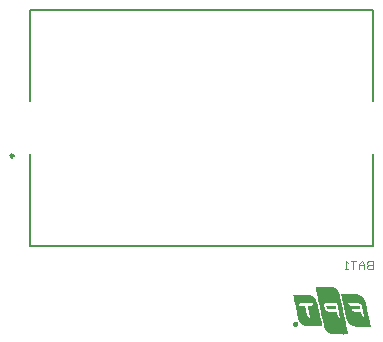
<source format=gbo>
G04*
G04 #@! TF.GenerationSoftware,Altium Limited,Altium Designer,18.1.9 (240)*
G04*
G04 Layer_Color=32896*
%FSTAX24Y24*%
%MOIN*%
G70*
G01*
G75*
%ADD11C,0.0098*%
%ADD14C,0.0039*%
%ADD16C,0.0010*%
%ADD17C,0.0079*%
D11*
X015039Y022057D02*
G03*
X015039Y022057I-000049J0D01*
G01*
D14*
X027008Y018543D02*
Y018268D01*
X02687D01*
X026824Y018314D01*
Y01836D01*
X02687Y018405D01*
X027008D01*
X02687D01*
X026824Y018451D01*
Y018497D01*
X02687Y018543D01*
X027008D01*
X026732Y018268D02*
Y018451D01*
X026641Y018543D01*
X026549Y018451D01*
Y018268D01*
Y018405D01*
X026732D01*
X026457Y018543D02*
X026273D01*
X026365D01*
Y018268D01*
X026181D02*
X02609D01*
X026135D01*
Y018543D01*
X026181Y018497D01*
D16*
X025113Y017696D02*
X025613D01*
X025113Y017686D02*
X025643D01*
X025113Y017676D02*
X025673D01*
X025113Y017666D02*
X025693D01*
X025113Y017656D02*
X025713D01*
X025113Y017646D02*
X025733D01*
X025123Y017636D02*
X025743D01*
X025123Y017626D02*
X025763D01*
X025123Y017616D02*
X025773D01*
X025123Y017606D02*
X025783D01*
X025133Y017596D02*
X025793D01*
X025133Y017586D02*
X025803D01*
X025133Y017576D02*
X025813D01*
X025133Y017566D02*
X025823D01*
X025143Y017556D02*
X025823D01*
X025143Y017546D02*
X025833D01*
X025143Y017536D02*
X025833D01*
X025143Y017526D02*
X025843D01*
X025143Y017516D02*
X025853D01*
X025153Y017506D02*
X025853D01*
X025153Y017496D02*
X025853D01*
X025153Y017486D02*
X025863D01*
X025153Y017476D02*
X025863D01*
X025153Y017466D02*
X025863D01*
X025163Y017456D02*
X025873D01*
X025163Y017446D02*
X025873D01*
X025963Y017436D02*
X026473D01*
X025163D02*
X025873D01*
X025963Y017426D02*
X026503D01*
X025163D02*
X025883D01*
X024363D02*
X024843D01*
X025963Y017416D02*
X026543D01*
X025173D02*
X025883D01*
X024373D02*
X024893D01*
X025963Y017406D02*
X026563D01*
X025173D02*
X025883D01*
X024373D02*
X024933D01*
X025973Y017396D02*
X026583D01*
X025173D02*
X025883D01*
X024373D02*
X024943D01*
X025973Y017386D02*
X026593D01*
X025173D02*
X025883D01*
X024373D02*
X024963D01*
X025973Y017376D02*
X026613D01*
X025173D02*
X025893D01*
X024373D02*
X024983D01*
X025973Y017366D02*
X026623D01*
X025183D02*
X025893D01*
X024373D02*
X024993D01*
X025983Y017356D02*
X026633D01*
X025183D02*
X025893D01*
X024373D02*
X025003D01*
X025983Y017346D02*
X026643D01*
X025183D02*
X025893D01*
X024373D02*
X025023D01*
X025983Y017336D02*
X026653D01*
X025183D02*
X025903D01*
X024383D02*
X025023D01*
X025983Y017326D02*
X026663D01*
X025193D02*
X025903D01*
X024393D02*
X025043D01*
X025993Y017316D02*
X026673D01*
X025193D02*
X025903D01*
X024383D02*
X025043D01*
X025993Y017306D02*
X026683D01*
X025193D02*
X025903D01*
X024393D02*
X025063D01*
X025993Y017296D02*
X026693D01*
X025193D02*
X025903D01*
X024393D02*
X025063D01*
X025993Y017286D02*
X026693D01*
X025193D02*
X025913D01*
X024403D02*
X025073D01*
X025993Y017276D02*
X026703D01*
X025203D02*
X025913D01*
X024403D02*
X025083D01*
X026003Y017266D02*
X026713D01*
X025203D02*
X025913D01*
X024403D02*
X025083D01*
X026003Y017256D02*
X026713D01*
X025203D02*
X025913D01*
X024403D02*
X025083D01*
X026003Y017246D02*
X026723D01*
X025203D02*
X025913D01*
X024403D02*
X025083D01*
X026003Y017236D02*
X026723D01*
X025203D02*
X025923D01*
X024403D02*
X025103D01*
X026013Y017226D02*
X026733D01*
X025203D02*
X025923D01*
X024403D02*
X025103D01*
X026013Y017216D02*
X026733D01*
X025213D02*
X025923D01*
X024413D02*
X025103D01*
X026013Y017206D02*
X026733D01*
X025213D02*
X025923D01*
X024413D02*
X025103D01*
X026013Y017196D02*
X026733D01*
X025213D02*
X025933D01*
X024413D02*
X025103D01*
X026013Y017186D02*
X026743D01*
X025223D02*
X025933D01*
X024413D02*
X025113D01*
X026023Y017176D02*
X026743D01*
X025223D02*
X025933D01*
X025013D02*
X025113D01*
X024413D02*
X024573D01*
X026563Y017166D02*
X026743D01*
X026023D02*
X026133D01*
X025823D02*
X025933D01*
X025223D02*
X025403D01*
X025013D02*
X025123D01*
X024413D02*
X024563D01*
X026583Y017156D02*
X026743D01*
X026023D02*
X026133D01*
X025823D02*
X025943D01*
X025223D02*
X025393D01*
X025013D02*
X025123D01*
X024413D02*
X024553D01*
X026603Y017146D02*
X026753D01*
X026023D02*
X026143D01*
X025833D02*
X025943D01*
X025223D02*
X025373D01*
X025013D02*
X025123D01*
X024423D02*
X024543D01*
X026613Y017136D02*
X026753D01*
X026033D02*
X026143D01*
X025833D02*
X025943D01*
X025233D02*
X025373D01*
X025013D02*
X025123D01*
X024423D02*
X024533D01*
X026623Y017126D02*
X026753D01*
X026033D02*
X026153D01*
X025833D02*
X025943D01*
X025233D02*
X025363D01*
X025013D02*
X025133D01*
X024433D02*
X024513D01*
X026633Y017116D02*
X026753D01*
X026033D02*
X026163D01*
X025833D02*
X025943D01*
X025233D02*
X025363D01*
X025013D02*
X025133D01*
X024433D02*
X024513D01*
X026633Y017106D02*
X026753D01*
X026033D02*
X026173D01*
X025833D02*
X025953D01*
X025233D02*
X025353D01*
X025013D02*
X025143D01*
X024433D02*
X024523D01*
X026643Y017096D02*
X026763D01*
X026043D02*
X026183D01*
X025843D02*
X025953D01*
X025243D02*
X025353D01*
X025003D02*
X025143D01*
X024443D02*
X024513D01*
X026643Y017086D02*
X026763D01*
X026043D02*
X026193D01*
X025843D02*
X025953D01*
X025243D02*
X025353D01*
X024993D02*
X025143D01*
X024443D02*
X024513D01*
X026653Y017076D02*
X026763D01*
X026043D02*
X026213D01*
X025843D02*
X025953D01*
X025243D02*
X025353D01*
X024993D02*
X025143D01*
X024443D02*
X024523D01*
X026653Y017066D02*
X026763D01*
X026043D02*
X026553D01*
X025843D02*
X025953D01*
X025463D02*
X025743D01*
X025243D02*
X025363D01*
X024973D02*
X025143D01*
X024923D02*
X024953D01*
X024523D02*
X024723D01*
X024443D02*
X024513D01*
X026653Y017056D02*
X026763D01*
X026043D02*
X026553D01*
X025843D02*
X025963D01*
X025463D02*
X025743D01*
X025243D02*
X025363D01*
X024843D02*
X025143D01*
X024443D02*
X024723D01*
X026653Y017046D02*
X026773D01*
X026053D02*
X026553D01*
X025853D02*
X025963D01*
X025463D02*
X025743D01*
X025253D02*
X025363D01*
X024853D02*
X025143D01*
X024443D02*
X024723D01*
X026663Y017036D02*
X026773D01*
X026053D02*
X026553D01*
X025853D02*
X025963D01*
X025473D02*
X025743D01*
X025253D02*
X025363D01*
X024853D02*
X025153D01*
X024443D02*
X024723D01*
X026663Y017026D02*
X026773D01*
X026053D02*
X026553D01*
X025853D02*
X025963D01*
X025473D02*
X025753D01*
X025253D02*
X025363D01*
X024853D02*
X025153D01*
X024453D02*
X024733D01*
X026663Y017016D02*
X026773D01*
X026053D02*
X026563D01*
X025853D02*
X025963D01*
X025473D02*
X025753D01*
X025253D02*
X025373D01*
X024863D02*
X025153D01*
X024453D02*
X024733D01*
X026663Y017006D02*
X026783D01*
X026063D02*
X026563D01*
X025853D02*
X025973D01*
X025473D02*
X025753D01*
X025263D02*
X025373D01*
X024863D02*
X025153D01*
X024463D02*
X024733D01*
X026663Y016996D02*
X026783D01*
X026063D02*
X026563D01*
X025853D02*
X025973D01*
X025473D02*
X025753D01*
X025263D02*
X025373D01*
X024863D02*
X025153D01*
X024463D02*
X024743D01*
X026673Y016986D02*
X026783D01*
X026063D02*
X026563D01*
X025863D02*
X025973D01*
X025483D02*
X025753D01*
X025263D02*
X025373D01*
X024863D02*
X025163D01*
X024463D02*
X024743D01*
X026673Y016976D02*
X026783D01*
X026063D02*
X026263D01*
X025863D02*
X025973D01*
X025553D02*
X025613D01*
X025263D02*
X025373D01*
X024863D02*
X025163D01*
X024463D02*
X024743D01*
X026673Y016966D02*
X026783D01*
X026063D02*
X026263D01*
X025863D02*
X025983D01*
X025263D02*
X025383D01*
X024863D02*
X025163D01*
X024463D02*
X024743D01*
X026673Y016956D02*
X026793D01*
X026073D02*
X026263D01*
X025863D02*
X025983D01*
X025273D02*
X025383D01*
X024873D02*
X025163D01*
X024463D02*
X024743D01*
X026673Y016946D02*
X026793D01*
X026073D02*
X026273D01*
X025863D02*
X025983D01*
X025273D02*
X025393D01*
X024873D02*
X025173D01*
X024463D02*
X024753D01*
X026683Y016936D02*
X026793D01*
X026073D02*
X026273D01*
X025873D02*
X025983D01*
X025273D02*
X025393D01*
X024873D02*
X025173D01*
X024473D02*
X024753D01*
X026683Y016926D02*
X026793D01*
X026073D02*
X026283D01*
X025873D02*
X025983D01*
X025273D02*
X025403D01*
X024883D02*
X025183D01*
X024473D02*
X024753D01*
X026683Y016916D02*
X026803D01*
X026083D02*
X026293D01*
X025873D02*
X025993D01*
X025283D02*
X025413D01*
X024883D02*
X025183D01*
X024473D02*
X024753D01*
X026683Y016906D02*
X026803D01*
X026083D02*
X026303D01*
X025873D02*
X025993D01*
X025283D02*
X025423D01*
X024883D02*
X025183D01*
X024483D02*
X024763D01*
X026683Y016896D02*
X026803D01*
X026083D02*
X026323D01*
X025873D02*
X025993D01*
X025283D02*
X025433D01*
X024883D02*
X025183D01*
X024483D02*
X024763D01*
X026693Y016886D02*
X026803D01*
X026083D02*
X026333D01*
X025883D02*
X025993D01*
X025283D02*
X025453D01*
X024883D02*
X025183D01*
X024483D02*
X024763D01*
X026693Y016876D02*
X026803D01*
X026093D02*
X026363D01*
X025883D02*
X026003D01*
X025283D02*
X025473D01*
X024883D02*
X025193D01*
X024483D02*
X024763D01*
X026693Y016866D02*
X026813D01*
X026093D02*
X026593D01*
X025883D02*
X026003D01*
X025283D02*
X025783D01*
X024893D02*
X025193D01*
X024483D02*
X024763D01*
X026693Y016856D02*
X026813D01*
X026093D02*
X026593D01*
X025883D02*
X026003D01*
X025283D02*
X025783D01*
X024893D02*
X025193D01*
X024483D02*
X024763D01*
X026703Y016846D02*
X026813D01*
X026093D02*
X026593D01*
X025883D02*
X026003D01*
X025293D02*
X025783D01*
X024893D02*
X025203D01*
X024483D02*
X024763D01*
X026703Y016836D02*
X026813D01*
X026093D02*
X026603D01*
X025893D02*
X026003D01*
X025293D02*
X025783D01*
X024883D02*
X025193D01*
X024493D02*
X024763D01*
X026703Y016826D02*
X026823D01*
X026103D02*
X026603D01*
X025893D02*
X026013D01*
X025293D02*
X025783D01*
X024903D02*
X025203D01*
X024493D02*
X024763D01*
X026703Y016816D02*
X026823D01*
X026103D02*
X026603D01*
X025893D02*
X026013D01*
X025293D02*
X025793D01*
X024903D02*
X025203D01*
X024493D02*
X024763D01*
X026703Y016806D02*
X026823D01*
X026103D02*
X026603D01*
X025893D02*
X026013D01*
X025303D02*
X025793D01*
X024903D02*
X025213D01*
X024493D02*
X024773D01*
X026713Y016796D02*
X026823D01*
X026103D02*
X026603D01*
X025893D02*
X026013D01*
X025303D02*
X025793D01*
X024903D02*
X025213D01*
X024493D02*
X024783D01*
X026713Y016786D02*
X026823D01*
X026113D02*
X026613D01*
X025903D02*
X026023D01*
X025303D02*
X025793D01*
X024903D02*
X025213D01*
X024503D02*
X024783D01*
X026713Y016776D02*
X026833D01*
X026113D02*
X026613D01*
X025903D02*
X026023D01*
X025303D02*
X025793D01*
X024913D02*
X025213D01*
X024503D02*
X024783D01*
X026713Y016766D02*
X026833D01*
X026113D02*
X026613D01*
X025903D02*
X026023D01*
X025303D02*
X025803D01*
X024913D02*
X025213D01*
X024503D02*
X024783D01*
X026723Y016756D02*
X026833D01*
X026113D02*
X026613D01*
X025903D02*
X026023D01*
X025313D02*
X025803D01*
X024913D02*
X025213D01*
X024503D02*
X024793D01*
X026723Y016746D02*
X026833D01*
X026123D02*
X026623D01*
X025903D02*
X026023D01*
X025313D02*
X025803D01*
X024913D02*
X025213D01*
X024503D02*
X024793D01*
X026723Y016736D02*
X026833D01*
X026123D02*
X026623D01*
X025913D02*
X026033D01*
X025313D02*
X025813D01*
X024913D02*
X025223D01*
X024513D02*
X024793D01*
X026723Y016726D02*
X026843D01*
X026123D02*
X026633D01*
X025913D02*
X026033D01*
X025323D02*
X025813D01*
X024923D02*
X025223D01*
X024513D02*
X024813D01*
X026723Y016716D02*
X026843D01*
X026123D02*
X026633D01*
X025913D02*
X026033D01*
X025323D02*
X025823D01*
X024923D02*
X025233D01*
X024513D02*
X024813D01*
X026733Y016706D02*
X026843D01*
X026133D02*
X026643D01*
X025913D02*
X026033D01*
X025323D02*
X025833D01*
X024923D02*
X025233D01*
X024513D02*
X024823D01*
X026733Y016696D02*
X026843D01*
X026133D02*
X026653D01*
X025913D02*
X026033D01*
X025323D02*
X025843D01*
X024923D02*
X025233D01*
X024513D02*
X024823D01*
X026733Y016686D02*
X026853D01*
X026133D02*
X026663D01*
X025923D02*
X026043D01*
X025323D02*
X025853D01*
X024923D02*
X025233D01*
X024523D02*
X024843D01*
X026733Y016676D02*
X026853D01*
X026133D02*
X026683D01*
X025923D02*
X026043D01*
X025333D02*
X025863D01*
X024933D02*
X025233D01*
X024523D02*
X024843D01*
X026733Y016666D02*
X026853D01*
X026133D02*
X026703D01*
X025923D02*
X026043D01*
X025333D02*
X025883D01*
X024933D02*
X025243D01*
X024523D02*
X024853D01*
X026143Y016656D02*
X026853D01*
X025333D02*
X026043D01*
X024933D02*
X025243D01*
X024523D02*
X024893D01*
X026143Y016646D02*
X026853D01*
X025333D02*
X026053D01*
X024533D02*
X025243D01*
X026143Y016636D02*
X026863D01*
X025333D02*
X026053D01*
X024533D02*
X025243D01*
X026143Y016626D02*
X026863D01*
X025343D02*
X026053D01*
X024533D02*
X025243D01*
X026153Y016616D02*
X026863D01*
X025343D02*
X026053D01*
X024533D02*
X025253D01*
X026153Y016606D02*
X026863D01*
X025343D02*
X026053D01*
X024543D02*
X025253D01*
X026153Y016596D02*
X026873D01*
X025343D02*
X026063D01*
X024543D02*
X025253D01*
X026163Y016586D02*
X026873D01*
X025353D02*
X026063D01*
X024553D02*
X025253D01*
X026163Y016576D02*
X026873D01*
X025353D02*
X026063D01*
X024553D02*
X025263D01*
X026173Y016566D02*
X026873D01*
X025353D02*
X026063D01*
X024563D02*
X025263D01*
X026173Y016556D02*
X026873D01*
X025353D02*
X026073D01*
X024563D02*
X025263D01*
X026183Y016546D02*
X026883D01*
X025353D02*
X026073D01*
X024573D02*
X025263D01*
X026193Y016536D02*
X026883D01*
X025363D02*
X026073D01*
X024573D02*
X025273D01*
X026193Y016526D02*
X026883D01*
X025363D02*
X026073D01*
X024583D02*
X025273D01*
X024403D02*
X024453D01*
X026203Y016516D02*
X026883D01*
X025363D02*
X026073D01*
X024603D02*
X025273D01*
X024383D02*
X024473D01*
X026213Y016506D02*
X026893D01*
X025363D02*
X026083D01*
X024613D02*
X025283D01*
X024433D02*
X024483D01*
X024373D02*
X024413D01*
X026223Y016496D02*
X026893D01*
X025373D02*
X026083D01*
X024613D02*
X025273D01*
X024363D02*
X024483D01*
X026233Y016486D02*
X026893D01*
X025373D02*
X026083D01*
X024623D02*
X025273D01*
X024463D02*
X024493D01*
X024393D02*
X024453D01*
X024363D02*
X024383D01*
X026243Y016476D02*
X026893D01*
X025373D02*
X026083D01*
X024633D02*
X025273D01*
X024463D02*
X024493D01*
X024433D02*
X024453D01*
X024393D02*
X024413D01*
X024353D02*
X024383D01*
X026253Y016466D02*
X026893D01*
X025373D02*
X026083D01*
X024653D02*
X025273D01*
X024473D02*
X024493D01*
X024393D02*
X024453D01*
X024353D02*
X024383D01*
X026273Y016456D02*
X026903D01*
X025373D02*
X026093D01*
X024653D02*
X025273D01*
X024473D02*
X024493D01*
X024393D02*
X024453D01*
X024353D02*
X024383D01*
X026283Y016446D02*
X026903D01*
X025383D02*
X026093D01*
X024673D02*
X025283D01*
X024463D02*
X024493D01*
X024403D02*
X024453D01*
X024353D02*
X024383D01*
X026303Y016436D02*
X026903D01*
X025383D02*
X026093D01*
X024693D02*
X025293D01*
X024463D02*
X024493D01*
X024433D02*
X024453D01*
X024393D02*
X024423D01*
X024353D02*
X024383D01*
X026323Y016426D02*
X026903D01*
X025383D02*
X026093D01*
X024713D02*
X025293D01*
X024433D02*
X024483D01*
X024363D02*
X024413D01*
X026343Y016416D02*
X026903D01*
X025383D02*
X026103D01*
X024743D02*
X025293D01*
X024443D02*
X024483D01*
X024373D02*
X024403D01*
X026373Y016406D02*
X026913D01*
X025383D02*
X026103D01*
X024803D02*
X025303D01*
X024373D02*
X024473D01*
X026413Y016396D02*
X026913D01*
X025383D02*
X026103D01*
X024393D02*
X024453D01*
X025383Y016386D02*
X026103D01*
X025393Y016376D02*
X026103D01*
X025393Y016366D02*
X026113D01*
X025403Y016356D02*
X026113D01*
X025403Y016346D02*
X026113D01*
X025403Y016336D02*
X026113D01*
X025413Y016326D02*
X026123D01*
X025423Y016316D02*
X026123D01*
X025423Y016306D02*
X026123D01*
X025433Y016296D02*
X026123D01*
X025433Y016286D02*
X026123D01*
X025443Y016276D02*
X026133D01*
X025453Y016266D02*
X026133D01*
X025453Y016256D02*
X026133D01*
X025463Y016246D02*
X026133D01*
X025473Y016236D02*
X026133D01*
X025483Y016226D02*
X026143D01*
X025493Y016216D02*
X026143D01*
X025513Y016206D02*
X026143D01*
X025523Y016196D02*
X026143D01*
X025533Y016186D02*
X026153D01*
X025553Y016176D02*
X026153D01*
X025573Y016166D02*
X026153D01*
X025593Y016156D02*
X026153D01*
X025623Y016146D02*
X026153D01*
X025663Y016136D02*
X026163D01*
X026013Y016126D02*
X026033D01*
D17*
X027008Y023868D02*
Y026929D01*
X015591Y023868D02*
Y026929D01*
X027008Y019055D02*
Y022116D01*
X015591Y019055D02*
Y022116D01*
Y026929D02*
X027008D01*
X015591Y019055D02*
X027008D01*
M02*

</source>
